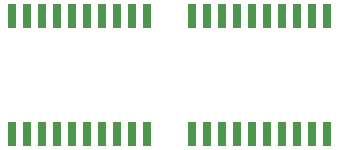
<source format=gtp>
G75*
%MOIN*%
%OFA0B0*%
%FSLAX25Y25*%
%IPPOS*%
%LPD*%
%AMOC8*
5,1,8,0,0,1.08239X$1,22.5*
%
%ADD10R,0.02600X0.08000*%
D10*
X0148500Y0111200D03*
X0153500Y0111200D03*
X0158500Y0111200D03*
X0163500Y0111200D03*
X0168500Y0111200D03*
X0173500Y0111200D03*
X0178500Y0111200D03*
X0183500Y0111200D03*
X0188500Y0111200D03*
X0193500Y0111200D03*
X0208500Y0111200D03*
X0213500Y0111200D03*
X0218500Y0111200D03*
X0223500Y0111200D03*
X0228500Y0111200D03*
X0233500Y0111200D03*
X0238500Y0111200D03*
X0243500Y0111200D03*
X0248500Y0111200D03*
X0253500Y0111200D03*
X0253500Y0150800D03*
X0248500Y0150800D03*
X0243500Y0150800D03*
X0238500Y0150800D03*
X0233500Y0150800D03*
X0228500Y0150800D03*
X0223500Y0150800D03*
X0218500Y0150800D03*
X0213500Y0150800D03*
X0208500Y0150800D03*
X0193500Y0150800D03*
X0188500Y0150800D03*
X0183500Y0150800D03*
X0178500Y0150800D03*
X0173500Y0150800D03*
X0168500Y0150800D03*
X0163500Y0150800D03*
X0158500Y0150800D03*
X0153500Y0150800D03*
X0148500Y0150800D03*
M02*

</source>
